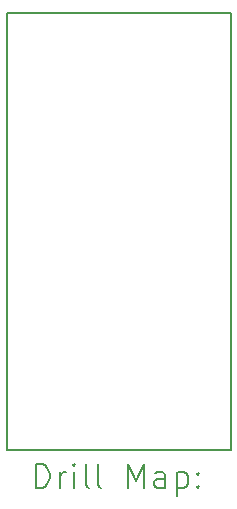
<source format=gbr>
%FSLAX45Y45*%
G04 Gerber Fmt 4.5, Leading zero omitted, Abs format (unit mm)*
G04 Created by KiCad (PCBNEW (6.0.1)) date 2022-01-21 00:47:44*
%MOMM*%
%LPD*%
G01*
G04 APERTURE LIST*
%TA.AperFunction,Profile*%
%ADD10C,0.150000*%
%TD*%
%ADD11C,0.200000*%
G04 APERTURE END LIST*
D10*
X13523000Y-10103000D02*
X13523000Y-6403000D01*
X11623000Y-10103000D02*
X13523000Y-10103000D01*
X11623000Y-6403000D02*
X11623000Y-10103000D01*
X13523000Y-6403000D02*
X11623000Y-6403000D01*
D11*
X11873119Y-10420976D02*
X11873119Y-10220976D01*
X11920738Y-10220976D01*
X11949309Y-10230500D01*
X11968357Y-10249548D01*
X11977881Y-10268595D01*
X11987405Y-10306690D01*
X11987405Y-10335262D01*
X11977881Y-10373357D01*
X11968357Y-10392405D01*
X11949309Y-10411452D01*
X11920738Y-10420976D01*
X11873119Y-10420976D01*
X12073119Y-10420976D02*
X12073119Y-10287643D01*
X12073119Y-10325738D02*
X12082643Y-10306690D01*
X12092167Y-10297167D01*
X12111214Y-10287643D01*
X12130262Y-10287643D01*
X12196928Y-10420976D02*
X12196928Y-10287643D01*
X12196928Y-10220976D02*
X12187405Y-10230500D01*
X12196928Y-10240024D01*
X12206452Y-10230500D01*
X12196928Y-10220976D01*
X12196928Y-10240024D01*
X12320738Y-10420976D02*
X12301690Y-10411452D01*
X12292167Y-10392405D01*
X12292167Y-10220976D01*
X12425500Y-10420976D02*
X12406452Y-10411452D01*
X12396928Y-10392405D01*
X12396928Y-10220976D01*
X12654071Y-10420976D02*
X12654071Y-10220976D01*
X12720738Y-10363833D01*
X12787405Y-10220976D01*
X12787405Y-10420976D01*
X12968357Y-10420976D02*
X12968357Y-10316214D01*
X12958833Y-10297167D01*
X12939786Y-10287643D01*
X12901690Y-10287643D01*
X12882643Y-10297167D01*
X12968357Y-10411452D02*
X12949309Y-10420976D01*
X12901690Y-10420976D01*
X12882643Y-10411452D01*
X12873119Y-10392405D01*
X12873119Y-10373357D01*
X12882643Y-10354310D01*
X12901690Y-10344786D01*
X12949309Y-10344786D01*
X12968357Y-10335262D01*
X13063595Y-10287643D02*
X13063595Y-10487643D01*
X13063595Y-10297167D02*
X13082643Y-10287643D01*
X13120738Y-10287643D01*
X13139786Y-10297167D01*
X13149309Y-10306690D01*
X13158833Y-10325738D01*
X13158833Y-10382881D01*
X13149309Y-10401929D01*
X13139786Y-10411452D01*
X13120738Y-10420976D01*
X13082643Y-10420976D01*
X13063595Y-10411452D01*
X13244548Y-10401929D02*
X13254071Y-10411452D01*
X13244548Y-10420976D01*
X13235024Y-10411452D01*
X13244548Y-10401929D01*
X13244548Y-10420976D01*
X13244548Y-10297167D02*
X13254071Y-10306690D01*
X13244548Y-10316214D01*
X13235024Y-10306690D01*
X13244548Y-10297167D01*
X13244548Y-10316214D01*
M02*

</source>
